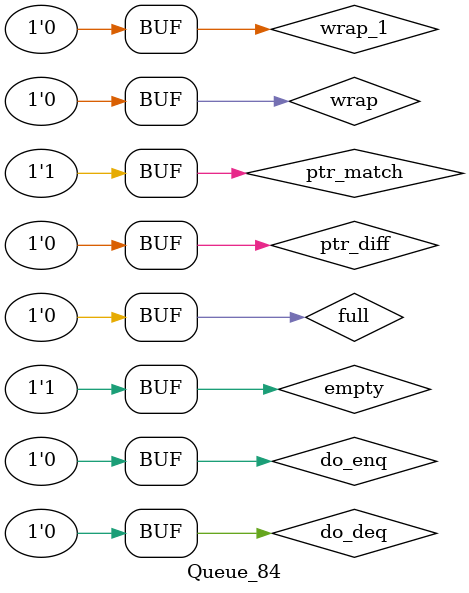
<source format=sv>
`ifndef RANDOMIZE
  `ifdef RANDOMIZE_REG_INIT
    `define RANDOMIZE
  `endif // RANDOMIZE_REG_INIT
`endif // not def RANDOMIZE
`ifndef RANDOMIZE
  `ifdef RANDOMIZE_MEM_INIT
    `define RANDOMIZE
  `endif // RANDOMIZE_MEM_INIT
`endif // not def RANDOMIZE

`ifndef RANDOM
  `define RANDOM $random
`endif // not def RANDOM

// Users can define 'ASSERT_VERBOSE_COND' to add an extra gate to assert error printing.
`ifndef ASSERT_VERBOSE_COND_
  `ifdef ASSERT_VERBOSE_COND
    `define ASSERT_VERBOSE_COND_ (`ASSERT_VERBOSE_COND)
  `else  // ASSERT_VERBOSE_COND
    `define ASSERT_VERBOSE_COND_ 1
  `endif // ASSERT_VERBOSE_COND
`endif // not def ASSERT_VERBOSE_COND_

// Users can define 'STOP_COND' to add an extra gate to stop conditions.
`ifndef STOP_COND_
  `ifdef STOP_COND
    `define STOP_COND_ (`STOP_COND)
  `else  // STOP_COND
    `define STOP_COND_ 1
  `endif // STOP_COND
`endif // not def STOP_COND_

// Users can define INIT_RANDOM as general code that gets injected into the
// initializer block for modules with registers.
`ifndef INIT_RANDOM
  `define INIT_RANDOM
`endif // not def INIT_RANDOM

// If using random initialization, you can also define RANDOMIZE_DELAY to
// customize the delay used, otherwise 0.002 is used.
`ifndef RANDOMIZE_DELAY
  `define RANDOMIZE_DELAY 0.002
`endif // not def RANDOMIZE_DELAY

// Define INIT_RANDOM_PROLOG_ for use in our modules below.
`ifndef INIT_RANDOM_PROLOG_
  `ifdef RANDOMIZE
    `ifdef VERILATOR
      `define INIT_RANDOM_PROLOG_ `INIT_RANDOM
    `else  // VERILATOR
      `define INIT_RANDOM_PROLOG_ `INIT_RANDOM #`RANDOMIZE_DELAY begin end
    `endif // VERILATOR
  `else  // RANDOMIZE
    `define INIT_RANDOM_PROLOG_
  `endif // RANDOMIZE
`endif // not def INIT_RANDOM_PROLOG_

module Queue_84();
  wire ptr_match = 1'h1;	// src/main/scala/chisel3/util/Decoupled.scala:278:33
  wire full = 1'h0;	// src/main/scala/chisel3/util/Decoupled.scala:273:14, :280:24
  wire do_enq = 1'h0;	// src/main/scala/chisel3/util/Decoupled.scala:273:14, :281:27
  wire do_deq = 1'h0;	// src/main/scala/chisel3/util/Decoupled.scala:273:14, :282:27
  wire wrap = 1'h0;	// src/main/scala/chisel3/util/Counter.scala:73:24, src/main/scala/chisel3/util/Decoupled.scala:273:14
  wire wrap_1 = 1'h0;	// src/main/scala/chisel3/util/Counter.scala:73:24, src/main/scala/chisel3/util/Decoupled.scala:273:14
  wire ptr_diff = 1'h0;	// src/main/scala/chisel3/util/Decoupled.scala:273:14, :327:32
  wire empty = ptr_match;	// src/main/scala/chisel3/util/Decoupled.scala:278:33, :279:25
endmodule


</source>
